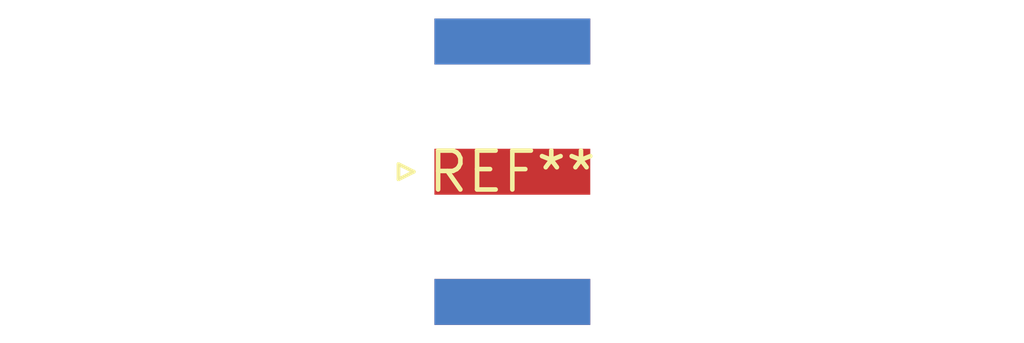
<source format=kicad_pcb>
(kicad_pcb (version 20240108) (generator pcbnew)
  (layers (0 "F.Cu" signal) (31 "B.Cu" signal) (34 "B.Paste" user) (35 "F.Paste" user) (36 "B.SilkS" user "B.Silkscreen") (37 "F.SilkS" user "F.Silkscreen") (38 "B.Mask" user) (39 "F.Mask" user) (44 "Edge.Cuts" user))
  (net 0 "")
  (footprint "SMA_Amphenol_132289_EdgeMount" (layer "F.Cu") (at 0 0)
    (property "Reference" "REF**")
    (property "Value" "SMA_Amphenol_132289_EdgeMount")
    (fp_line (start -3.71 -0.25) (end -3.71 0.25) (layer "F.SilkS") (stroke (width 0.12)))
    (fp_line (start -3.71 0.25) (end -3.21 0) (layer "F.SilkS") (stroke (width 0.12)))
    (fp_line (start -3.21 0) (end -3.71 -0.25) (layer "F.SilkS") (stroke (width 0.12)))
    (pad "1" smd rect (at 0 0 90) (size 1.5 5.08) (layers "F.Cu" "F.Paste" "F.Mask"))
    (pad "2" smd rect (at 0 -4.25 90) (size 1.5 5.08) (layers "F.Cu" "F.Paste" "F.Mask"))
    (pad "2" smd rect (at 0 -4.25 90) (size 1.5 5.08) (layers "B.Cu" "B.Paste" "B.Mask"))
    (pad "2" smd rect (at 0 4.25 90) (size 1.5 5.08) (layers "F.Cu" "F.Paste" "F.Mask"))
    (pad "2" smd rect (at 0 4.25 90) (size 1.5 5.08) (layers "B.Cu" "B.Paste" "B.Mask"))
  )
)
</source>
